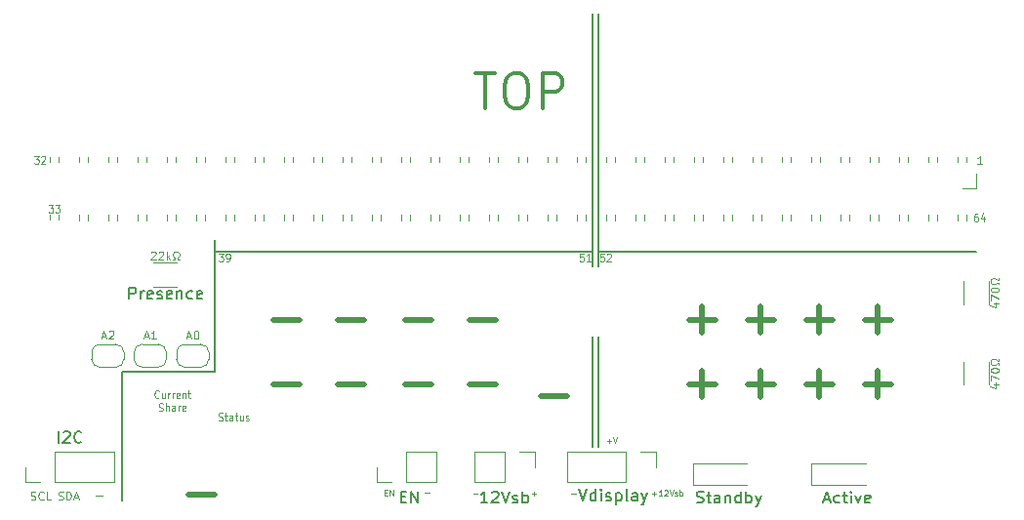
<source format=gbr>
G04 #@! TF.GenerationSoftware,KiCad,Pcbnew,(5.1.10)-1*
G04 #@! TF.CreationDate,2022-08-27T03:45:47-05:00*
G04 #@! TF.ProjectId,Common Slot Mini v1,436f6d6d-6f6e-4205-936c-6f74204d696e,rev?*
G04 #@! TF.SameCoordinates,Original*
G04 #@! TF.FileFunction,Legend,Top*
G04 #@! TF.FilePolarity,Positive*
%FSLAX46Y46*%
G04 Gerber Fmt 4.6, Leading zero omitted, Abs format (unit mm)*
G04 Created by KiCad (PCBNEW (5.1.10)-1) date 2022-08-27 03:45:47*
%MOMM*%
%LPD*%
G01*
G04 APERTURE LIST*
%ADD10C,0.300000*%
%ADD11C,0.070000*%
%ADD12C,0.500000*%
%ADD13C,0.200000*%
%ADD14C,0.150000*%
%ADD15C,0.100000*%
%ADD16C,0.120000*%
G04 APERTURE END LIST*
D10*
X140517428Y-74211142D02*
X142231714Y-74211142D01*
X141374571Y-77211142D02*
X141374571Y-74211142D01*
X143803142Y-74211142D02*
X144374571Y-74211142D01*
X144660285Y-74354000D01*
X144946000Y-74639714D01*
X145088857Y-75211142D01*
X145088857Y-76211142D01*
X144946000Y-76782571D01*
X144660285Y-77068285D01*
X144374571Y-77211142D01*
X143803142Y-77211142D01*
X143517428Y-77068285D01*
X143231714Y-76782571D01*
X143088857Y-76211142D01*
X143088857Y-75211142D01*
X143231714Y-74639714D01*
X143517428Y-74354000D01*
X143803142Y-74211142D01*
X146374571Y-77211142D02*
X146374571Y-74211142D01*
X147517428Y-74211142D01*
X147803142Y-74354000D01*
X147946000Y-74496857D01*
X148088857Y-74782571D01*
X148088857Y-75211142D01*
X147946000Y-75496857D01*
X147803142Y-75639714D01*
X147517428Y-75782571D01*
X146374571Y-75782571D01*
D11*
X148827523Y-110687714D02*
X149208476Y-110687714D01*
D12*
X146224142Y-102230285D02*
X148509857Y-102230285D01*
D11*
X151915238Y-106115714D02*
X152296190Y-106115714D01*
X152105714Y-106306190D02*
X152105714Y-105925238D01*
X152462857Y-105806190D02*
X152629523Y-106306190D01*
X152796190Y-105806190D01*
D13*
X109902000Y-100111000D02*
X109902000Y-111287000D01*
X109902000Y-100111000D02*
X117903000Y-100111000D01*
D11*
X145398523Y-110687714D02*
X145779476Y-110687714D01*
X145589000Y-110878190D02*
X145589000Y-110497238D01*
X140318523Y-110687714D02*
X140699476Y-110687714D01*
X113062857Y-102341000D02*
X113034285Y-102374333D01*
X112948571Y-102407666D01*
X112891428Y-102407666D01*
X112805714Y-102374333D01*
X112748571Y-102307666D01*
X112720000Y-102241000D01*
X112691428Y-102107666D01*
X112691428Y-102007666D01*
X112720000Y-101874333D01*
X112748571Y-101807666D01*
X112805714Y-101741000D01*
X112891428Y-101707666D01*
X112948571Y-101707666D01*
X113034285Y-101741000D01*
X113062857Y-101774333D01*
X113577142Y-101941000D02*
X113577142Y-102407666D01*
X113320000Y-101941000D02*
X113320000Y-102307666D01*
X113348571Y-102374333D01*
X113405714Y-102407666D01*
X113491428Y-102407666D01*
X113548571Y-102374333D01*
X113577142Y-102341000D01*
X113862857Y-102407666D02*
X113862857Y-101941000D01*
X113862857Y-102074333D02*
X113891428Y-102007666D01*
X113920000Y-101974333D01*
X113977142Y-101941000D01*
X114034285Y-101941000D01*
X114234285Y-102407666D02*
X114234285Y-101941000D01*
X114234285Y-102074333D02*
X114262857Y-102007666D01*
X114291428Y-101974333D01*
X114348571Y-101941000D01*
X114405714Y-101941000D01*
X114834285Y-102374333D02*
X114777142Y-102407666D01*
X114662857Y-102407666D01*
X114605714Y-102374333D01*
X114577142Y-102307666D01*
X114577142Y-102041000D01*
X114605714Y-101974333D01*
X114662857Y-101941000D01*
X114777142Y-101941000D01*
X114834285Y-101974333D01*
X114862857Y-102041000D01*
X114862857Y-102107666D01*
X114577142Y-102174333D01*
X115120000Y-101941000D02*
X115120000Y-102407666D01*
X115120000Y-102007666D02*
X115148571Y-101974333D01*
X115205714Y-101941000D01*
X115291428Y-101941000D01*
X115348571Y-101974333D01*
X115377142Y-102041000D01*
X115377142Y-102407666D01*
X115577142Y-101941000D02*
X115805714Y-101941000D01*
X115662857Y-101707666D02*
X115662857Y-102307666D01*
X115691428Y-102374333D01*
X115748571Y-102407666D01*
X115805714Y-102407666D01*
X113062857Y-103494333D02*
X113148571Y-103527666D01*
X113291428Y-103527666D01*
X113348571Y-103494333D01*
X113377142Y-103461000D01*
X113405714Y-103394333D01*
X113405714Y-103327666D01*
X113377142Y-103261000D01*
X113348571Y-103227666D01*
X113291428Y-103194333D01*
X113177142Y-103161000D01*
X113120000Y-103127666D01*
X113091428Y-103094333D01*
X113062857Y-103027666D01*
X113062857Y-102961000D01*
X113091428Y-102894333D01*
X113120000Y-102861000D01*
X113177142Y-102827666D01*
X113320000Y-102827666D01*
X113405714Y-102861000D01*
X113662857Y-103527666D02*
X113662857Y-102827666D01*
X113920000Y-103527666D02*
X113920000Y-103161000D01*
X113891428Y-103094333D01*
X113834285Y-103061000D01*
X113748571Y-103061000D01*
X113691428Y-103094333D01*
X113662857Y-103127666D01*
X114462857Y-103527666D02*
X114462857Y-103161000D01*
X114434285Y-103094333D01*
X114377142Y-103061000D01*
X114262857Y-103061000D01*
X114205714Y-103094333D01*
X114462857Y-103494333D02*
X114405714Y-103527666D01*
X114262857Y-103527666D01*
X114205714Y-103494333D01*
X114177142Y-103427666D01*
X114177142Y-103361000D01*
X114205714Y-103294333D01*
X114262857Y-103261000D01*
X114405714Y-103261000D01*
X114462857Y-103227666D01*
X114748571Y-103527666D02*
X114748571Y-103061000D01*
X114748571Y-103194333D02*
X114777142Y-103127666D01*
X114805714Y-103094333D01*
X114862857Y-103061000D01*
X114920000Y-103061000D01*
X115348571Y-103494333D02*
X115291428Y-103527666D01*
X115177142Y-103527666D01*
X115120000Y-103494333D01*
X115091428Y-103427666D01*
X115091428Y-103161000D01*
X115120000Y-103094333D01*
X115177142Y-103061000D01*
X115291428Y-103061000D01*
X115348571Y-103094333D01*
X115377142Y-103161000D01*
X115377142Y-103227666D01*
X115091428Y-103294333D01*
X118254000Y-104331333D02*
X118339714Y-104364666D01*
X118482571Y-104364666D01*
X118539714Y-104331333D01*
X118568285Y-104298000D01*
X118596857Y-104231333D01*
X118596857Y-104164666D01*
X118568285Y-104098000D01*
X118539714Y-104064666D01*
X118482571Y-104031333D01*
X118368285Y-103998000D01*
X118311142Y-103964666D01*
X118282571Y-103931333D01*
X118254000Y-103864666D01*
X118254000Y-103798000D01*
X118282571Y-103731333D01*
X118311142Y-103698000D01*
X118368285Y-103664666D01*
X118511142Y-103664666D01*
X118596857Y-103698000D01*
X118768285Y-103898000D02*
X118996857Y-103898000D01*
X118854000Y-103664666D02*
X118854000Y-104264666D01*
X118882571Y-104331333D01*
X118939714Y-104364666D01*
X118996857Y-104364666D01*
X119454000Y-104364666D02*
X119454000Y-103998000D01*
X119425428Y-103931333D01*
X119368285Y-103898000D01*
X119254000Y-103898000D01*
X119196857Y-103931333D01*
X119454000Y-104331333D02*
X119396857Y-104364666D01*
X119254000Y-104364666D01*
X119196857Y-104331333D01*
X119168285Y-104264666D01*
X119168285Y-104198000D01*
X119196857Y-104131333D01*
X119254000Y-104098000D01*
X119396857Y-104098000D01*
X119454000Y-104064666D01*
X119654000Y-103898000D02*
X119882571Y-103898000D01*
X119739714Y-103664666D02*
X119739714Y-104264666D01*
X119768285Y-104331333D01*
X119825428Y-104364666D01*
X119882571Y-104364666D01*
X120339714Y-103898000D02*
X120339714Y-104364666D01*
X120082571Y-103898000D02*
X120082571Y-104264666D01*
X120111142Y-104331333D01*
X120168285Y-104364666D01*
X120254000Y-104364666D01*
X120311142Y-104331333D01*
X120339714Y-104298000D01*
X120596857Y-104331333D02*
X120654000Y-104364666D01*
X120768285Y-104364666D01*
X120825428Y-104331333D01*
X120854000Y-104264666D01*
X120854000Y-104231333D01*
X120825428Y-104164666D01*
X120768285Y-104131333D01*
X120682571Y-104131333D01*
X120625428Y-104098000D01*
X120596857Y-104031333D01*
X120596857Y-103998000D01*
X120625428Y-103931333D01*
X120682571Y-103898000D01*
X120768285Y-103898000D01*
X120825428Y-103931333D01*
D14*
X104353809Y-106278380D02*
X104353809Y-105278380D01*
X104782380Y-105373619D02*
X104830000Y-105326000D01*
X104925238Y-105278380D01*
X105163333Y-105278380D01*
X105258571Y-105326000D01*
X105306190Y-105373619D01*
X105353809Y-105468857D01*
X105353809Y-105564095D01*
X105306190Y-105706952D01*
X104734761Y-106278380D01*
X105353809Y-106278380D01*
X106353809Y-106183142D02*
X106306190Y-106230761D01*
X106163333Y-106278380D01*
X106068095Y-106278380D01*
X105925238Y-106230761D01*
X105830000Y-106135523D01*
X105782380Y-106040285D01*
X105734761Y-105849809D01*
X105734761Y-105706952D01*
X105782380Y-105516476D01*
X105830000Y-105421238D01*
X105925238Y-105326000D01*
X106068095Y-105278380D01*
X106163333Y-105278380D01*
X106306190Y-105326000D01*
X106353809Y-105373619D01*
D12*
X115617142Y-110739285D02*
X117902857Y-110739285D01*
D11*
X136127523Y-110560714D02*
X136508476Y-110560714D01*
X132646952Y-110616285D02*
X132813619Y-110616285D01*
X132885047Y-110878190D02*
X132646952Y-110878190D01*
X132646952Y-110378190D01*
X132885047Y-110378190D01*
X133099333Y-110878190D02*
X133099333Y-110378190D01*
X133385047Y-110878190D01*
X133385047Y-110378190D01*
X184421428Y-82066666D02*
X184078571Y-82066666D01*
X184250000Y-82066666D02*
X184250000Y-81366666D01*
X184192857Y-81466666D01*
X184135714Y-81533333D01*
X184078571Y-81566666D01*
X102264285Y-81366666D02*
X102635714Y-81366666D01*
X102435714Y-81633333D01*
X102521428Y-81633333D01*
X102578571Y-81666666D01*
X102607142Y-81700000D01*
X102635714Y-81766666D01*
X102635714Y-81933333D01*
X102607142Y-82000000D01*
X102578571Y-82033333D01*
X102521428Y-82066666D01*
X102350000Y-82066666D01*
X102292857Y-82033333D01*
X102264285Y-82000000D01*
X102864285Y-81433333D02*
X102892857Y-81400000D01*
X102950000Y-81366666D01*
X103092857Y-81366666D01*
X103150000Y-81400000D01*
X103178571Y-81433333D01*
X103207142Y-81500000D01*
X103207142Y-81566666D01*
X103178571Y-81666666D01*
X102835714Y-82066666D01*
X103207142Y-82066666D01*
X151672942Y-89837466D02*
X151387228Y-89837466D01*
X151358657Y-90170800D01*
X151387228Y-90137466D01*
X151444371Y-90104133D01*
X151587228Y-90104133D01*
X151644371Y-90137466D01*
X151672942Y-90170800D01*
X151701514Y-90237466D01*
X151701514Y-90404133D01*
X151672942Y-90470800D01*
X151644371Y-90504133D01*
X151587228Y-90537466D01*
X151444371Y-90537466D01*
X151387228Y-90504133D01*
X151358657Y-90470800D01*
X151930085Y-89904133D02*
X151958657Y-89870800D01*
X152015800Y-89837466D01*
X152158657Y-89837466D01*
X152215800Y-89870800D01*
X152244371Y-89904133D01*
X152272942Y-89970800D01*
X152272942Y-90037466D01*
X152244371Y-90137466D01*
X151901514Y-90537466D01*
X152272942Y-90537466D01*
X149894942Y-89837466D02*
X149609228Y-89837466D01*
X149580657Y-90170800D01*
X149609228Y-90137466D01*
X149666371Y-90104133D01*
X149809228Y-90104133D01*
X149866371Y-90137466D01*
X149894942Y-90170800D01*
X149923514Y-90237466D01*
X149923514Y-90404133D01*
X149894942Y-90470800D01*
X149866371Y-90504133D01*
X149809228Y-90537466D01*
X149666371Y-90537466D01*
X149609228Y-90504133D01*
X149580657Y-90470800D01*
X150494942Y-90537466D02*
X150152085Y-90537466D01*
X150323514Y-90537466D02*
X150323514Y-89837466D01*
X150266371Y-89937466D01*
X150209228Y-90004133D01*
X150152085Y-90037466D01*
X118284685Y-89837466D02*
X118656114Y-89837466D01*
X118456114Y-90104133D01*
X118541828Y-90104133D01*
X118598971Y-90137466D01*
X118627542Y-90170800D01*
X118656114Y-90237466D01*
X118656114Y-90404133D01*
X118627542Y-90470800D01*
X118598971Y-90504133D01*
X118541828Y-90537466D01*
X118370400Y-90537466D01*
X118313257Y-90504133D01*
X118284685Y-90470800D01*
X118941828Y-90537466D02*
X119056114Y-90537466D01*
X119113257Y-90504133D01*
X119141828Y-90470800D01*
X119198971Y-90370800D01*
X119227542Y-90237466D01*
X119227542Y-89970800D01*
X119198971Y-89904133D01*
X119170400Y-89870800D01*
X119113257Y-89837466D01*
X118998971Y-89837466D01*
X118941828Y-89870800D01*
X118913257Y-89904133D01*
X118884685Y-89970800D01*
X118884685Y-90137466D01*
X118913257Y-90204133D01*
X118941828Y-90237466D01*
X118998971Y-90270800D01*
X119113257Y-90270800D01*
X119170400Y-90237466D01*
X119198971Y-90204133D01*
X119227542Y-90137466D01*
X103514285Y-85616666D02*
X103885714Y-85616666D01*
X103685714Y-85883333D01*
X103771428Y-85883333D01*
X103828571Y-85916666D01*
X103857142Y-85950000D01*
X103885714Y-86016666D01*
X103885714Y-86183333D01*
X103857142Y-86250000D01*
X103828571Y-86283333D01*
X103771428Y-86316666D01*
X103600000Y-86316666D01*
X103542857Y-86283333D01*
X103514285Y-86250000D01*
X104085714Y-85616666D02*
X104457142Y-85616666D01*
X104257142Y-85883333D01*
X104342857Y-85883333D01*
X104400000Y-85916666D01*
X104428571Y-85950000D01*
X104457142Y-86016666D01*
X104457142Y-86183333D01*
X104428571Y-86250000D01*
X104400000Y-86283333D01*
X104342857Y-86316666D01*
X104171428Y-86316666D01*
X104114285Y-86283333D01*
X104085714Y-86250000D01*
X184078571Y-86366666D02*
X183964285Y-86366666D01*
X183907142Y-86400000D01*
X183878571Y-86433333D01*
X183821428Y-86533333D01*
X183792857Y-86666666D01*
X183792857Y-86933333D01*
X183821428Y-87000000D01*
X183850000Y-87033333D01*
X183907142Y-87066666D01*
X184021428Y-87066666D01*
X184078571Y-87033333D01*
X184107142Y-87000000D01*
X184135714Y-86933333D01*
X184135714Y-86766666D01*
X184107142Y-86700000D01*
X184078571Y-86666666D01*
X184021428Y-86633333D01*
X183907142Y-86633333D01*
X183850000Y-86666666D01*
X183821428Y-86700000D01*
X183792857Y-86766666D01*
X184650000Y-86600000D02*
X184650000Y-87066666D01*
X184507142Y-86333333D02*
X184364285Y-86833333D01*
X184735714Y-86833333D01*
D15*
X108132000Y-97052666D02*
X108465333Y-97052666D01*
X108065333Y-97252666D02*
X108298666Y-96552666D01*
X108532000Y-97252666D01*
X108732000Y-96619333D02*
X108765333Y-96586000D01*
X108832000Y-96552666D01*
X108998666Y-96552666D01*
X109065333Y-96586000D01*
X109098666Y-96619333D01*
X109132000Y-96686000D01*
X109132000Y-96752666D01*
X109098666Y-96852666D01*
X108698666Y-97252666D01*
X109132000Y-97252666D01*
X111815000Y-97052666D02*
X112148333Y-97052666D01*
X111748333Y-97252666D02*
X111981666Y-96552666D01*
X112215000Y-97252666D01*
X112815000Y-97252666D02*
X112415000Y-97252666D01*
X112615000Y-97252666D02*
X112615000Y-96552666D01*
X112548333Y-96652666D01*
X112481666Y-96719333D01*
X112415000Y-96752666D01*
X115498000Y-97052666D02*
X115831333Y-97052666D01*
X115431333Y-97252666D02*
X115664666Y-96552666D01*
X115898000Y-97252666D01*
X116264666Y-96552666D02*
X116331333Y-96552666D01*
X116398000Y-96586000D01*
X116431333Y-96619333D01*
X116464666Y-96686000D01*
X116498000Y-96819333D01*
X116498000Y-96986000D01*
X116464666Y-97119333D01*
X116431333Y-97186000D01*
X116398000Y-97219333D01*
X116331333Y-97252666D01*
X116264666Y-97252666D01*
X116198000Y-97219333D01*
X116164666Y-97186000D01*
X116131333Y-97119333D01*
X116098000Y-96986000D01*
X116098000Y-96819333D01*
X116131333Y-96686000D01*
X116164666Y-96619333D01*
X116198000Y-96586000D01*
X116264666Y-96552666D01*
X101956666Y-111189333D02*
X102056666Y-111222666D01*
X102223333Y-111222666D01*
X102290000Y-111189333D01*
X102323333Y-111156000D01*
X102356666Y-111089333D01*
X102356666Y-111022666D01*
X102323333Y-110956000D01*
X102290000Y-110922666D01*
X102223333Y-110889333D01*
X102090000Y-110856000D01*
X102023333Y-110822666D01*
X101990000Y-110789333D01*
X101956666Y-110722666D01*
X101956666Y-110656000D01*
X101990000Y-110589333D01*
X102023333Y-110556000D01*
X102090000Y-110522666D01*
X102256666Y-110522666D01*
X102356666Y-110556000D01*
X103056666Y-111156000D02*
X103023333Y-111189333D01*
X102923333Y-111222666D01*
X102856666Y-111222666D01*
X102756666Y-111189333D01*
X102690000Y-111122666D01*
X102656666Y-111056000D01*
X102623333Y-110922666D01*
X102623333Y-110822666D01*
X102656666Y-110689333D01*
X102690000Y-110622666D01*
X102756666Y-110556000D01*
X102856666Y-110522666D01*
X102923333Y-110522666D01*
X103023333Y-110556000D01*
X103056666Y-110589333D01*
X103690000Y-111222666D02*
X103356666Y-111222666D01*
X103356666Y-110522666D01*
X104353000Y-111189333D02*
X104453000Y-111222666D01*
X104619666Y-111222666D01*
X104686333Y-111189333D01*
X104719666Y-111156000D01*
X104753000Y-111089333D01*
X104753000Y-111022666D01*
X104719666Y-110956000D01*
X104686333Y-110922666D01*
X104619666Y-110889333D01*
X104486333Y-110856000D01*
X104419666Y-110822666D01*
X104386333Y-110789333D01*
X104353000Y-110722666D01*
X104353000Y-110656000D01*
X104386333Y-110589333D01*
X104419666Y-110556000D01*
X104486333Y-110522666D01*
X104653000Y-110522666D01*
X104753000Y-110556000D01*
X105053000Y-111222666D02*
X105053000Y-110522666D01*
X105219666Y-110522666D01*
X105319666Y-110556000D01*
X105386333Y-110622666D01*
X105419666Y-110689333D01*
X105453000Y-110822666D01*
X105453000Y-110922666D01*
X105419666Y-111056000D01*
X105386333Y-111122666D01*
X105319666Y-111189333D01*
X105219666Y-111222666D01*
X105053000Y-111222666D01*
X105719666Y-111022666D02*
X106053000Y-111022666D01*
X105653000Y-111222666D02*
X105886333Y-110522666D01*
X106119666Y-111222666D01*
X107603333Y-110829000D02*
X108136666Y-110829000D01*
D13*
X151177000Y-68996000D02*
X151177000Y-88693700D01*
X150669000Y-68996000D02*
X150672800Y-88582500D01*
X150669000Y-97063000D02*
X150672800Y-106588000D01*
X151177000Y-97063000D02*
X151180800Y-106588000D01*
X117903000Y-88646000D02*
X117903000Y-100111000D01*
X151180800Y-88709500D02*
X151177000Y-90967000D01*
X150672800Y-88709500D02*
X150672800Y-90967000D01*
X151180800Y-89662000D02*
X183943000Y-89662000D01*
X117903000Y-89662000D02*
X150672800Y-89662000D01*
D12*
X140001142Y-101214285D02*
X142286857Y-101214285D01*
X134413142Y-101214285D02*
X136698857Y-101214285D01*
X122983142Y-95626285D02*
X125268857Y-95626285D01*
X128571142Y-95626285D02*
X130856857Y-95626285D01*
X134413142Y-95626285D02*
X136698857Y-95626285D01*
X128571142Y-101214285D02*
X130856857Y-101214285D01*
X169214942Y-101179285D02*
X171500657Y-101179285D01*
X170357800Y-102322142D02*
X170357800Y-100036428D01*
X174294942Y-95591285D02*
X176580657Y-95591285D01*
X175437800Y-96734142D02*
X175437800Y-94448428D01*
X169214942Y-95591285D02*
X171500657Y-95591285D01*
X170357800Y-96734142D02*
X170357800Y-94448428D01*
X164134942Y-95591285D02*
X166420657Y-95591285D01*
X165277800Y-96734142D02*
X165277800Y-94448428D01*
X159054942Y-95591285D02*
X161340657Y-95591285D01*
X160197800Y-96734142D02*
X160197800Y-94448428D01*
X140001142Y-95626285D02*
X142286857Y-95626285D01*
X122983142Y-101214285D02*
X125268857Y-101214285D01*
X159054942Y-101179285D02*
X161340657Y-101179285D01*
X160197800Y-102322142D02*
X160197800Y-100036428D01*
X174294942Y-101179285D02*
X176580657Y-101179285D01*
X175437800Y-102322142D02*
X175437800Y-100036428D01*
X164134942Y-101179285D02*
X166420657Y-101179285D01*
X165277800Y-102322142D02*
X165277800Y-100036428D01*
D11*
X155836476Y-110687714D02*
X156217428Y-110687714D01*
X156026952Y-110878190D02*
X156026952Y-110497238D01*
X156717428Y-110878190D02*
X156431714Y-110878190D01*
X156574571Y-110878190D02*
X156574571Y-110378190D01*
X156526952Y-110449619D01*
X156479333Y-110497238D01*
X156431714Y-110521047D01*
X156907904Y-110425809D02*
X156931714Y-110402000D01*
X156979333Y-110378190D01*
X157098380Y-110378190D01*
X157146000Y-110402000D01*
X157169809Y-110425809D01*
X157193619Y-110473428D01*
X157193619Y-110521047D01*
X157169809Y-110592476D01*
X156884095Y-110878190D01*
X157193619Y-110878190D01*
X157336476Y-110378190D02*
X157503142Y-110878190D01*
X157669809Y-110378190D01*
X157812666Y-110854380D02*
X157860285Y-110878190D01*
X157955523Y-110878190D01*
X158003142Y-110854380D01*
X158026952Y-110806761D01*
X158026952Y-110782952D01*
X158003142Y-110735333D01*
X157955523Y-110711523D01*
X157884095Y-110711523D01*
X157836476Y-110687714D01*
X157812666Y-110640095D01*
X157812666Y-110616285D01*
X157836476Y-110568666D01*
X157884095Y-110544857D01*
X157955523Y-110544857D01*
X158003142Y-110568666D01*
X158241238Y-110878190D02*
X158241238Y-110378190D01*
X158241238Y-110568666D02*
X158288857Y-110544857D01*
X158384095Y-110544857D01*
X158431714Y-110568666D01*
X158455523Y-110592476D01*
X158479333Y-110640095D01*
X158479333Y-110782952D01*
X158455523Y-110830571D01*
X158431714Y-110854380D01*
X158384095Y-110878190D01*
X158288857Y-110878190D01*
X158241238Y-110854380D01*
D14*
X110492942Y-93781580D02*
X110492942Y-92781580D01*
X110873895Y-92781580D01*
X110969133Y-92829200D01*
X111016752Y-92876819D01*
X111064371Y-92972057D01*
X111064371Y-93114914D01*
X111016752Y-93210152D01*
X110969133Y-93257771D01*
X110873895Y-93305390D01*
X110492942Y-93305390D01*
X111492942Y-93781580D02*
X111492942Y-93114914D01*
X111492942Y-93305390D02*
X111540561Y-93210152D01*
X111588180Y-93162533D01*
X111683419Y-93114914D01*
X111778657Y-93114914D01*
X112492942Y-93733961D02*
X112397704Y-93781580D01*
X112207228Y-93781580D01*
X112111990Y-93733961D01*
X112064371Y-93638723D01*
X112064371Y-93257771D01*
X112111990Y-93162533D01*
X112207228Y-93114914D01*
X112397704Y-93114914D01*
X112492942Y-93162533D01*
X112540561Y-93257771D01*
X112540561Y-93353009D01*
X112064371Y-93448247D01*
X112921514Y-93733961D02*
X113016752Y-93781580D01*
X113207228Y-93781580D01*
X113302466Y-93733961D01*
X113350085Y-93638723D01*
X113350085Y-93591104D01*
X113302466Y-93495866D01*
X113207228Y-93448247D01*
X113064371Y-93448247D01*
X112969133Y-93400628D01*
X112921514Y-93305390D01*
X112921514Y-93257771D01*
X112969133Y-93162533D01*
X113064371Y-93114914D01*
X113207228Y-93114914D01*
X113302466Y-93162533D01*
X114159609Y-93733961D02*
X114064371Y-93781580D01*
X113873895Y-93781580D01*
X113778657Y-93733961D01*
X113731038Y-93638723D01*
X113731038Y-93257771D01*
X113778657Y-93162533D01*
X113873895Y-93114914D01*
X114064371Y-93114914D01*
X114159609Y-93162533D01*
X114207228Y-93257771D01*
X114207228Y-93353009D01*
X113731038Y-93448247D01*
X114635800Y-93114914D02*
X114635800Y-93781580D01*
X114635800Y-93210152D02*
X114683419Y-93162533D01*
X114778657Y-93114914D01*
X114921514Y-93114914D01*
X115016752Y-93162533D01*
X115064371Y-93257771D01*
X115064371Y-93781580D01*
X115969133Y-93733961D02*
X115873895Y-93781580D01*
X115683419Y-93781580D01*
X115588180Y-93733961D01*
X115540561Y-93686342D01*
X115492942Y-93591104D01*
X115492942Y-93305390D01*
X115540561Y-93210152D01*
X115588180Y-93162533D01*
X115683419Y-93114914D01*
X115873895Y-93114914D01*
X115969133Y-93162533D01*
X116778657Y-93733961D02*
X116683419Y-93781580D01*
X116492942Y-93781580D01*
X116397704Y-93733961D01*
X116350085Y-93638723D01*
X116350085Y-93257771D01*
X116397704Y-93162533D01*
X116492942Y-93114914D01*
X116683419Y-93114914D01*
X116778657Y-93162533D01*
X116826276Y-93257771D01*
X116826276Y-93353009D01*
X116350085Y-93448247D01*
D16*
X183974300Y-84190000D02*
X183974300Y-82920000D01*
X183120000Y-86957071D02*
X183120000Y-86502929D01*
X182360000Y-86957071D02*
X182360000Y-86502929D01*
X183120000Y-81877071D02*
X183120000Y-81480000D01*
X182360000Y-81877071D02*
X182360000Y-81480000D01*
X180580000Y-86957071D02*
X180580000Y-86502929D01*
X179820000Y-86957071D02*
X179820000Y-86502929D01*
X180580000Y-81877071D02*
X180580000Y-81480000D01*
X179820000Y-81877071D02*
X179820000Y-81480000D01*
X178040000Y-86957071D02*
X178040000Y-86502929D01*
X177280000Y-86957071D02*
X177280000Y-86502929D01*
X178040000Y-81877071D02*
X178040000Y-81480000D01*
X177280000Y-81877071D02*
X177280000Y-81480000D01*
X175500000Y-86957071D02*
X175500000Y-86502929D01*
X174740000Y-86957071D02*
X174740000Y-86502929D01*
X175500000Y-81877071D02*
X175500000Y-81480000D01*
X174740000Y-81877071D02*
X174740000Y-81480000D01*
X172960000Y-86957071D02*
X172960000Y-86502929D01*
X172200000Y-86957071D02*
X172200000Y-86502929D01*
X172960000Y-81877071D02*
X172960000Y-81480000D01*
X172200000Y-81877071D02*
X172200000Y-81480000D01*
X170420000Y-86957071D02*
X170420000Y-86502929D01*
X169660000Y-86957071D02*
X169660000Y-86502929D01*
X170420000Y-81877071D02*
X170420000Y-81480000D01*
X169660000Y-81877071D02*
X169660000Y-81480000D01*
X167880000Y-86957071D02*
X167880000Y-86502929D01*
X167120000Y-86957071D02*
X167120000Y-86502929D01*
X167880000Y-81877071D02*
X167880000Y-81480000D01*
X167120000Y-81877071D02*
X167120000Y-81480000D01*
X165340000Y-86957071D02*
X165340000Y-86502929D01*
X164580000Y-86957071D02*
X164580000Y-86502929D01*
X165340000Y-81877071D02*
X165340000Y-81480000D01*
X164580000Y-81877071D02*
X164580000Y-81480000D01*
X162800000Y-86957071D02*
X162800000Y-86502929D01*
X162040000Y-86957071D02*
X162040000Y-86502929D01*
X162800000Y-81877071D02*
X162800000Y-81480000D01*
X162040000Y-81877071D02*
X162040000Y-81480000D01*
X160260000Y-86957071D02*
X160260000Y-86502929D01*
X159500000Y-86957071D02*
X159500000Y-86502929D01*
X160260000Y-81877071D02*
X160260000Y-81480000D01*
X159500000Y-81877071D02*
X159500000Y-81480000D01*
X157720000Y-86957071D02*
X157720000Y-86502929D01*
X156960000Y-86957071D02*
X156960000Y-86502929D01*
X157720000Y-81877071D02*
X157720000Y-81480000D01*
X156960000Y-81877071D02*
X156960000Y-81480000D01*
X155180000Y-86957071D02*
X155180000Y-86502929D01*
X154420000Y-86957071D02*
X154420000Y-86502929D01*
X155180000Y-81877071D02*
X155180000Y-81480000D01*
X154420000Y-81877071D02*
X154420000Y-81480000D01*
X152640000Y-86957071D02*
X152640000Y-86502929D01*
X151880000Y-86957071D02*
X151880000Y-86502929D01*
X152640000Y-81877071D02*
X152640000Y-81480000D01*
X151880000Y-81877071D02*
X151880000Y-81480000D01*
X150100000Y-86957071D02*
X150100000Y-86502929D01*
X149340000Y-86957071D02*
X149340000Y-86502929D01*
X150100000Y-81877071D02*
X150100000Y-81480000D01*
X149340000Y-81877071D02*
X149340000Y-81480000D01*
X147560000Y-86957071D02*
X147560000Y-86502929D01*
X146800000Y-86957071D02*
X146800000Y-86502929D01*
X147560000Y-81877071D02*
X147560000Y-81480000D01*
X146800000Y-81877071D02*
X146800000Y-81480000D01*
X145020000Y-86957071D02*
X145020000Y-86502929D01*
X144260000Y-86957071D02*
X144260000Y-86502929D01*
X145020000Y-81877071D02*
X145020000Y-81480000D01*
X144260000Y-81877071D02*
X144260000Y-81480000D01*
X142480000Y-86957071D02*
X142480000Y-86502929D01*
X141720000Y-86957071D02*
X141720000Y-86502929D01*
X142480000Y-81877071D02*
X142480000Y-81480000D01*
X141720000Y-81877071D02*
X141720000Y-81480000D01*
X139940000Y-86957071D02*
X139940000Y-86502929D01*
X139180000Y-86957071D02*
X139180000Y-86502929D01*
X139940000Y-81877071D02*
X139940000Y-81480000D01*
X139180000Y-81877071D02*
X139180000Y-81480000D01*
X137400000Y-86957071D02*
X137400000Y-86502929D01*
X136640000Y-86957071D02*
X136640000Y-86502929D01*
X137400000Y-81877071D02*
X137400000Y-81480000D01*
X136640000Y-81877071D02*
X136640000Y-81480000D01*
X134860000Y-86957071D02*
X134860000Y-86502929D01*
X134100000Y-86957071D02*
X134100000Y-86502929D01*
X134860000Y-81877071D02*
X134860000Y-81480000D01*
X134100000Y-81877071D02*
X134100000Y-81480000D01*
X132320000Y-86957071D02*
X132320000Y-86502929D01*
X131560000Y-86957071D02*
X131560000Y-86502929D01*
X132320000Y-81877071D02*
X132320000Y-81480000D01*
X131560000Y-81877071D02*
X131560000Y-81480000D01*
X129780000Y-86957071D02*
X129780000Y-86502929D01*
X129020000Y-86957071D02*
X129020000Y-86502929D01*
X129780000Y-81877071D02*
X129780000Y-81480000D01*
X129020000Y-81877071D02*
X129020000Y-81480000D01*
X127240000Y-86957071D02*
X127240000Y-86502929D01*
X126480000Y-86957071D02*
X126480000Y-86502929D01*
X127240000Y-81877071D02*
X127240000Y-81480000D01*
X126480000Y-81877071D02*
X126480000Y-81480000D01*
X124700000Y-86957071D02*
X124700000Y-86502929D01*
X123940000Y-86957071D02*
X123940000Y-86502929D01*
X124700000Y-81877071D02*
X124700000Y-81480000D01*
X123940000Y-81877071D02*
X123940000Y-81480000D01*
X122160000Y-86957071D02*
X122160000Y-86502929D01*
X121400000Y-86957071D02*
X121400000Y-86502929D01*
X122160000Y-81877071D02*
X122160000Y-81480000D01*
X121400000Y-81877071D02*
X121400000Y-81480000D01*
X119620000Y-86957071D02*
X119620000Y-86502929D01*
X118860000Y-86957071D02*
X118860000Y-86502929D01*
X119620000Y-81877071D02*
X119620000Y-81480000D01*
X118860000Y-81877071D02*
X118860000Y-81480000D01*
X117080000Y-86957071D02*
X117080000Y-86502929D01*
X116320000Y-86957071D02*
X116320000Y-86502929D01*
X117080000Y-81877071D02*
X117080000Y-81480000D01*
X116320000Y-81877071D02*
X116320000Y-81480000D01*
X114540000Y-86957071D02*
X114540000Y-86502929D01*
X113780000Y-86957071D02*
X113780000Y-86502929D01*
X114540000Y-81877071D02*
X114540000Y-81480000D01*
X113780000Y-81877071D02*
X113780000Y-81480000D01*
X112000000Y-86957071D02*
X112000000Y-86502929D01*
X111240000Y-86957071D02*
X111240000Y-86502929D01*
X112000000Y-81877071D02*
X112000000Y-81480000D01*
X111240000Y-81877071D02*
X111240000Y-81480000D01*
X109460000Y-86957071D02*
X109460000Y-86502929D01*
X108700000Y-86957071D02*
X108700000Y-86502929D01*
X109460000Y-81877071D02*
X109460000Y-81480000D01*
X108700000Y-81877071D02*
X108700000Y-81480000D01*
X106920000Y-86957071D02*
X106920000Y-86502929D01*
X106160000Y-86957071D02*
X106160000Y-86502929D01*
X106920000Y-81877071D02*
X106920000Y-81480000D01*
X106160000Y-81877071D02*
X106160000Y-81480000D01*
X104380000Y-86890000D02*
X104380000Y-86502929D01*
X103620000Y-86890000D02*
X103620000Y-86502929D01*
X104380000Y-81877071D02*
X104380000Y-81480000D01*
X103620000Y-81877071D02*
X103620000Y-81480000D01*
X182740000Y-84190000D02*
X183974300Y-84190000D01*
X159380000Y-108051000D02*
X159380000Y-109951000D01*
X159380000Y-109951000D02*
X164080000Y-109951000D01*
X159380000Y-108051000D02*
X164080000Y-108051000D01*
X169667000Y-108051000D02*
X174367000Y-108051000D01*
X169667000Y-109951000D02*
X174367000Y-109951000D01*
X169667000Y-108051000D02*
X169667000Y-109951000D01*
X131940000Y-109696000D02*
X131940000Y-108366000D01*
X133270000Y-109696000D02*
X131940000Y-109696000D01*
X134540000Y-109696000D02*
X134540000Y-107036000D01*
X134540000Y-107036000D02*
X137140000Y-107036000D01*
X134540000Y-109696000D02*
X137140000Y-109696000D01*
X137140000Y-109696000D02*
X137140000Y-107036000D01*
X140449000Y-107036000D02*
X140449000Y-109696000D01*
X143049000Y-107036000D02*
X140449000Y-107036000D01*
X143049000Y-109696000D02*
X140449000Y-109696000D01*
X143049000Y-107036000D02*
X143049000Y-109696000D01*
X144319000Y-107036000D02*
X145649000Y-107036000D01*
X145649000Y-107036000D02*
X145649000Y-108366000D01*
X148450000Y-107036000D02*
X148450000Y-109696000D01*
X153590000Y-107036000D02*
X148450000Y-107036000D01*
X153590000Y-109696000D02*
X148450000Y-109696000D01*
X153590000Y-107036000D02*
X153590000Y-109696000D01*
X154860000Y-107036000D02*
X156190000Y-107036000D01*
X156190000Y-107036000D02*
X156190000Y-108366000D01*
X185013000Y-92253000D02*
X185013000Y-94253000D01*
X182873000Y-94253000D02*
X182873000Y-92253000D01*
X112610400Y-90633600D02*
X114610400Y-90633600D01*
X114610400Y-92773600D02*
X112610400Y-92773600D01*
X182873000Y-101238000D02*
X182873000Y-99238000D01*
X185013000Y-99238000D02*
X185013000Y-101238000D01*
X114598000Y-99014000D02*
X114598000Y-98414000D01*
X116698000Y-99714000D02*
X115298000Y-99714000D01*
X117398000Y-98414000D02*
X117398000Y-99014000D01*
X115298000Y-97714000D02*
X116698000Y-97714000D01*
X116698000Y-97714000D02*
G75*
G02*
X117398000Y-98414000I0J-700000D01*
G01*
X117398000Y-99014000D02*
G75*
G02*
X116698000Y-99714000I-700000J0D01*
G01*
X115298000Y-99714000D02*
G75*
G02*
X114598000Y-99014000I0J700000D01*
G01*
X114598000Y-98414000D02*
G75*
G02*
X115298000Y-97714000I700000J0D01*
G01*
X111615000Y-97714000D02*
X113015000Y-97714000D01*
X113715000Y-98414000D02*
X113715000Y-99014000D01*
X113015000Y-99714000D02*
X111615000Y-99714000D01*
X110915000Y-99014000D02*
X110915000Y-98414000D01*
X110915000Y-98414000D02*
G75*
G02*
X111615000Y-97714000I700000J0D01*
G01*
X111615000Y-99714000D02*
G75*
G02*
X110915000Y-99014000I0J700000D01*
G01*
X113715000Y-99014000D02*
G75*
G02*
X113015000Y-99714000I-700000J0D01*
G01*
X113015000Y-97714000D02*
G75*
G02*
X113715000Y-98414000I0J-700000D01*
G01*
X107232000Y-99014000D02*
X107232000Y-98414000D01*
X109332000Y-99714000D02*
X107932000Y-99714000D01*
X110032000Y-98414000D02*
X110032000Y-99014000D01*
X107932000Y-97714000D02*
X109332000Y-97714000D01*
X109332000Y-97714000D02*
G75*
G02*
X110032000Y-98414000I0J-700000D01*
G01*
X110032000Y-99014000D02*
G75*
G02*
X109332000Y-99714000I-700000J0D01*
G01*
X107932000Y-99714000D02*
G75*
G02*
X107232000Y-99014000I0J700000D01*
G01*
X107232000Y-98414000D02*
G75*
G02*
X107932000Y-97714000I700000J0D01*
G01*
X109200000Y-109696000D02*
X109200000Y-107036000D01*
X104060000Y-109696000D02*
X109200000Y-109696000D01*
X104060000Y-107036000D02*
X109200000Y-107036000D01*
X104060000Y-109696000D02*
X104060000Y-107036000D01*
X102790000Y-109696000D02*
X101460000Y-109696000D01*
X101460000Y-109696000D02*
X101460000Y-108366000D01*
D14*
X159718095Y-111437761D02*
X159860952Y-111485380D01*
X160099047Y-111485380D01*
X160194285Y-111437761D01*
X160241904Y-111390142D01*
X160289523Y-111294904D01*
X160289523Y-111199666D01*
X160241904Y-111104428D01*
X160194285Y-111056809D01*
X160099047Y-111009190D01*
X159908571Y-110961571D01*
X159813333Y-110913952D01*
X159765714Y-110866333D01*
X159718095Y-110771095D01*
X159718095Y-110675857D01*
X159765714Y-110580619D01*
X159813333Y-110533000D01*
X159908571Y-110485380D01*
X160146666Y-110485380D01*
X160289523Y-110533000D01*
X160575238Y-110818714D02*
X160956190Y-110818714D01*
X160718095Y-110485380D02*
X160718095Y-111342523D01*
X160765714Y-111437761D01*
X160860952Y-111485380D01*
X160956190Y-111485380D01*
X161718095Y-111485380D02*
X161718095Y-110961571D01*
X161670476Y-110866333D01*
X161575238Y-110818714D01*
X161384761Y-110818714D01*
X161289523Y-110866333D01*
X161718095Y-111437761D02*
X161622857Y-111485380D01*
X161384761Y-111485380D01*
X161289523Y-111437761D01*
X161241904Y-111342523D01*
X161241904Y-111247285D01*
X161289523Y-111152047D01*
X161384761Y-111104428D01*
X161622857Y-111104428D01*
X161718095Y-111056809D01*
X162194285Y-110818714D02*
X162194285Y-111485380D01*
X162194285Y-110913952D02*
X162241904Y-110866333D01*
X162337142Y-110818714D01*
X162480000Y-110818714D01*
X162575238Y-110866333D01*
X162622857Y-110961571D01*
X162622857Y-111485380D01*
X163527619Y-111485380D02*
X163527619Y-110485380D01*
X163527619Y-111437761D02*
X163432380Y-111485380D01*
X163241904Y-111485380D01*
X163146666Y-111437761D01*
X163099047Y-111390142D01*
X163051428Y-111294904D01*
X163051428Y-111009190D01*
X163099047Y-110913952D01*
X163146666Y-110866333D01*
X163241904Y-110818714D01*
X163432380Y-110818714D01*
X163527619Y-110866333D01*
X164003809Y-111485380D02*
X164003809Y-110485380D01*
X164003809Y-110866333D02*
X164099047Y-110818714D01*
X164289523Y-110818714D01*
X164384761Y-110866333D01*
X164432380Y-110913952D01*
X164480000Y-111009190D01*
X164480000Y-111294904D01*
X164432380Y-111390142D01*
X164384761Y-111437761D01*
X164289523Y-111485380D01*
X164099047Y-111485380D01*
X164003809Y-111437761D01*
X164813333Y-110818714D02*
X165051428Y-111485380D01*
X165289523Y-110818714D02*
X165051428Y-111485380D01*
X164956190Y-111723476D01*
X164908571Y-111771095D01*
X164813333Y-111818714D01*
X170767000Y-111199666D02*
X171243190Y-111199666D01*
X170671761Y-111485380D02*
X171005095Y-110485380D01*
X171338428Y-111485380D01*
X172100333Y-111437761D02*
X172005095Y-111485380D01*
X171814619Y-111485380D01*
X171719380Y-111437761D01*
X171671761Y-111390142D01*
X171624142Y-111294904D01*
X171624142Y-111009190D01*
X171671761Y-110913952D01*
X171719380Y-110866333D01*
X171814619Y-110818714D01*
X172005095Y-110818714D01*
X172100333Y-110866333D01*
X172386047Y-110818714D02*
X172767000Y-110818714D01*
X172528904Y-110485380D02*
X172528904Y-111342523D01*
X172576523Y-111437761D01*
X172671761Y-111485380D01*
X172767000Y-111485380D01*
X173100333Y-111485380D02*
X173100333Y-110818714D01*
X173100333Y-110485380D02*
X173052714Y-110533000D01*
X173100333Y-110580619D01*
X173147952Y-110533000D01*
X173100333Y-110485380D01*
X173100333Y-110580619D01*
X173481285Y-110818714D02*
X173719380Y-111485380D01*
X173957476Y-110818714D01*
X174719380Y-111437761D02*
X174624142Y-111485380D01*
X174433666Y-111485380D01*
X174338428Y-111437761D01*
X174290809Y-111342523D01*
X174290809Y-110961571D01*
X174338428Y-110866333D01*
X174433666Y-110818714D01*
X174624142Y-110818714D01*
X174719380Y-110866333D01*
X174767000Y-110961571D01*
X174767000Y-111056809D01*
X174290809Y-111152047D01*
X134055904Y-110961571D02*
X134389238Y-110961571D01*
X134532095Y-111485380D02*
X134055904Y-111485380D01*
X134055904Y-110485380D01*
X134532095Y-110485380D01*
X134960666Y-111485380D02*
X134960666Y-110485380D01*
X135532095Y-111485380D01*
X135532095Y-110485380D01*
X141572809Y-111485380D02*
X141001380Y-111485380D01*
X141287095Y-111485380D02*
X141287095Y-110485380D01*
X141191857Y-110628238D01*
X141096619Y-110723476D01*
X141001380Y-110771095D01*
X141953761Y-110580619D02*
X142001380Y-110533000D01*
X142096619Y-110485380D01*
X142334714Y-110485380D01*
X142429952Y-110533000D01*
X142477571Y-110580619D01*
X142525190Y-110675857D01*
X142525190Y-110771095D01*
X142477571Y-110913952D01*
X141906142Y-111485380D01*
X142525190Y-111485380D01*
X142810904Y-110485380D02*
X143144238Y-111485380D01*
X143477571Y-110485380D01*
X143763285Y-111437761D02*
X143858523Y-111485380D01*
X144049000Y-111485380D01*
X144144238Y-111437761D01*
X144191857Y-111342523D01*
X144191857Y-111294904D01*
X144144238Y-111199666D01*
X144049000Y-111152047D01*
X143906142Y-111152047D01*
X143810904Y-111104428D01*
X143763285Y-111009190D01*
X143763285Y-110961571D01*
X143810904Y-110866333D01*
X143906142Y-110818714D01*
X144049000Y-110818714D01*
X144144238Y-110866333D01*
X144620428Y-111485380D02*
X144620428Y-110485380D01*
X144620428Y-110866333D02*
X144715666Y-110818714D01*
X144906142Y-110818714D01*
X145001380Y-110866333D01*
X145049000Y-110913952D01*
X145096619Y-111009190D01*
X145096619Y-111294904D01*
X145049000Y-111390142D01*
X145001380Y-111437761D01*
X144906142Y-111485380D01*
X144715666Y-111485380D01*
X144620428Y-111437761D01*
X149521609Y-110294880D02*
X149854942Y-111294880D01*
X150188276Y-110294880D01*
X150950180Y-111294880D02*
X150950180Y-110294880D01*
X150950180Y-111247261D02*
X150854942Y-111294880D01*
X150664466Y-111294880D01*
X150569228Y-111247261D01*
X150521609Y-111199642D01*
X150473990Y-111104404D01*
X150473990Y-110818690D01*
X150521609Y-110723452D01*
X150569228Y-110675833D01*
X150664466Y-110628214D01*
X150854942Y-110628214D01*
X150950180Y-110675833D01*
X151426371Y-111294880D02*
X151426371Y-110628214D01*
X151426371Y-110294880D02*
X151378752Y-110342500D01*
X151426371Y-110390119D01*
X151473990Y-110342500D01*
X151426371Y-110294880D01*
X151426371Y-110390119D01*
X151854942Y-111247261D02*
X151950180Y-111294880D01*
X152140657Y-111294880D01*
X152235895Y-111247261D01*
X152283514Y-111152023D01*
X152283514Y-111104404D01*
X152235895Y-111009166D01*
X152140657Y-110961547D01*
X151997800Y-110961547D01*
X151902561Y-110913928D01*
X151854942Y-110818690D01*
X151854942Y-110771071D01*
X151902561Y-110675833D01*
X151997800Y-110628214D01*
X152140657Y-110628214D01*
X152235895Y-110675833D01*
X152712085Y-110628214D02*
X152712085Y-111628214D01*
X152712085Y-110675833D02*
X152807323Y-110628214D01*
X152997800Y-110628214D01*
X153093038Y-110675833D01*
X153140657Y-110723452D01*
X153188276Y-110818690D01*
X153188276Y-111104404D01*
X153140657Y-111199642D01*
X153093038Y-111247261D01*
X152997800Y-111294880D01*
X152807323Y-111294880D01*
X152712085Y-111247261D01*
X153759704Y-111294880D02*
X153664466Y-111247261D01*
X153616847Y-111152023D01*
X153616847Y-110294880D01*
X154569228Y-111294880D02*
X154569228Y-110771071D01*
X154521609Y-110675833D01*
X154426371Y-110628214D01*
X154235895Y-110628214D01*
X154140657Y-110675833D01*
X154569228Y-111247261D02*
X154473990Y-111294880D01*
X154235895Y-111294880D01*
X154140657Y-111247261D01*
X154093038Y-111152023D01*
X154093038Y-111056785D01*
X154140657Y-110961547D01*
X154235895Y-110913928D01*
X154473990Y-110913928D01*
X154569228Y-110866309D01*
X154950180Y-110628214D02*
X155188276Y-111294880D01*
X155426371Y-110628214D02*
X155188276Y-111294880D01*
X155093038Y-111532976D01*
X155045419Y-111580595D01*
X154950180Y-111628214D01*
D15*
X185444000Y-94186333D02*
X185910666Y-94186333D01*
X185177333Y-94353000D02*
X185677333Y-94519666D01*
X185677333Y-94086333D01*
X185210666Y-93886333D02*
X185210666Y-93419666D01*
X185910666Y-93719666D01*
X185210666Y-93019666D02*
X185210666Y-92953000D01*
X185244000Y-92886333D01*
X185277333Y-92853000D01*
X185344000Y-92819666D01*
X185477333Y-92786333D01*
X185644000Y-92786333D01*
X185777333Y-92819666D01*
X185844000Y-92853000D01*
X185877333Y-92886333D01*
X185910666Y-92953000D01*
X185910666Y-93019666D01*
X185877333Y-93086333D01*
X185844000Y-93119666D01*
X185777333Y-93153000D01*
X185644000Y-93186333D01*
X185477333Y-93186333D01*
X185344000Y-93153000D01*
X185277333Y-93119666D01*
X185244000Y-93086333D01*
X185210666Y-93019666D01*
X185910666Y-92519666D02*
X185910666Y-92353000D01*
X185777333Y-92353000D01*
X185744000Y-92419666D01*
X185677333Y-92486333D01*
X185577333Y-92519666D01*
X185410666Y-92519666D01*
X185310666Y-92486333D01*
X185244000Y-92419666D01*
X185210666Y-92319666D01*
X185210666Y-92186333D01*
X185244000Y-92086333D01*
X185310666Y-92019666D01*
X185410666Y-91986333D01*
X185577333Y-91986333D01*
X185677333Y-92019666D01*
X185744000Y-92086333D01*
X185777333Y-92153000D01*
X185910666Y-92153000D01*
X185910666Y-91986333D01*
X112393733Y-89735933D02*
X112427066Y-89702600D01*
X112493733Y-89669266D01*
X112660400Y-89669266D01*
X112727066Y-89702600D01*
X112760400Y-89735933D01*
X112793733Y-89802600D01*
X112793733Y-89869266D01*
X112760400Y-89969266D01*
X112360400Y-90369266D01*
X112793733Y-90369266D01*
X113060400Y-89735933D02*
X113093733Y-89702600D01*
X113160400Y-89669266D01*
X113327066Y-89669266D01*
X113393733Y-89702600D01*
X113427066Y-89735933D01*
X113460400Y-89802600D01*
X113460400Y-89869266D01*
X113427066Y-89969266D01*
X113027066Y-90369266D01*
X113460400Y-90369266D01*
X113760400Y-90369266D02*
X113760400Y-89669266D01*
X113827066Y-90102600D02*
X114027066Y-90369266D01*
X114027066Y-89902600D02*
X113760400Y-90169266D01*
X114293733Y-90369266D02*
X114460400Y-90369266D01*
X114460400Y-90235933D01*
X114393733Y-90202600D01*
X114327066Y-90135933D01*
X114293733Y-90035933D01*
X114293733Y-89869266D01*
X114327066Y-89769266D01*
X114393733Y-89702600D01*
X114493733Y-89669266D01*
X114627066Y-89669266D01*
X114727066Y-89702600D01*
X114793733Y-89769266D01*
X114827066Y-89869266D01*
X114827066Y-90035933D01*
X114793733Y-90135933D01*
X114727066Y-90202600D01*
X114660400Y-90235933D01*
X114660400Y-90369266D01*
X114827066Y-90369266D01*
X185444000Y-101171333D02*
X185910666Y-101171333D01*
X185177333Y-101338000D02*
X185677333Y-101504666D01*
X185677333Y-101071333D01*
X185210666Y-100871333D02*
X185210666Y-100404666D01*
X185910666Y-100704666D01*
X185210666Y-100004666D02*
X185210666Y-99938000D01*
X185244000Y-99871333D01*
X185277333Y-99838000D01*
X185344000Y-99804666D01*
X185477333Y-99771333D01*
X185644000Y-99771333D01*
X185777333Y-99804666D01*
X185844000Y-99838000D01*
X185877333Y-99871333D01*
X185910666Y-99938000D01*
X185910666Y-100004666D01*
X185877333Y-100071333D01*
X185844000Y-100104666D01*
X185777333Y-100138000D01*
X185644000Y-100171333D01*
X185477333Y-100171333D01*
X185344000Y-100138000D01*
X185277333Y-100104666D01*
X185244000Y-100071333D01*
X185210666Y-100004666D01*
X185910666Y-99504666D02*
X185910666Y-99338000D01*
X185777333Y-99338000D01*
X185744000Y-99404666D01*
X185677333Y-99471333D01*
X185577333Y-99504666D01*
X185410666Y-99504666D01*
X185310666Y-99471333D01*
X185244000Y-99404666D01*
X185210666Y-99304666D01*
X185210666Y-99171333D01*
X185244000Y-99071333D01*
X185310666Y-99004666D01*
X185410666Y-98971333D01*
X185577333Y-98971333D01*
X185677333Y-99004666D01*
X185744000Y-99071333D01*
X185777333Y-99138000D01*
X185910666Y-99138000D01*
X185910666Y-98971333D01*
M02*

</source>
